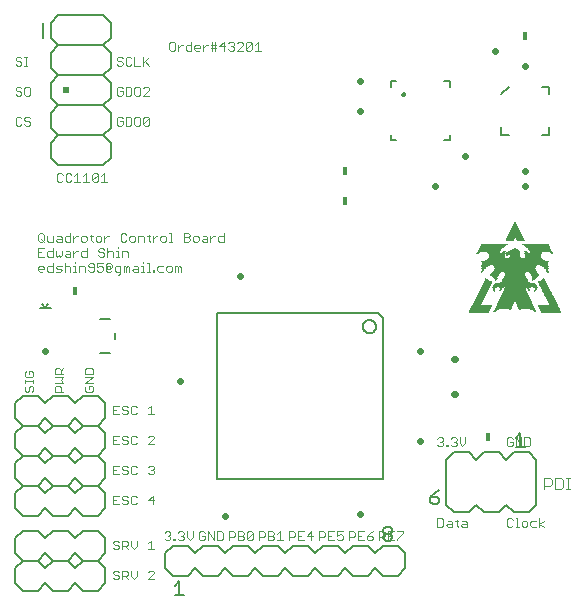
<source format=gto>
G75*
G70*
%OFA0B0*%
%FSLAX24Y24*%
%IPPOS*%
%LPD*%
%AMOC8*
5,1,8,0,0,1.08239X$1,22.5*
%
%ADD10C,0.0030*%
%ADD11R,0.0664X0.0008*%
%ADD12R,0.0680X0.0008*%
%ADD13R,0.0655X0.0008*%
%ADD14R,0.0672X0.0008*%
%ADD15R,0.0025X0.0008*%
%ADD16R,0.0680X0.0008*%
%ADD17R,0.0034X0.0008*%
%ADD18R,0.0025X0.0008*%
%ADD19R,0.0680X0.0008*%
%ADD20R,0.0034X0.0008*%
%ADD21R,0.0672X0.0008*%
%ADD22R,0.0050X0.0008*%
%ADD23R,0.0050X0.0008*%
%ADD24R,0.0042X0.0008*%
%ADD25R,0.0067X0.0008*%
%ADD26R,0.0655X0.0008*%
%ADD27R,0.0076X0.0008*%
%ADD28R,0.0067X0.0008*%
%ADD29R,0.0084X0.0008*%
%ADD30R,0.0076X0.0008*%
%ADD31R,0.0647X0.0008*%
%ADD32R,0.0092X0.0008*%
%ADD33R,0.0008X0.0008*%
%ADD34R,0.0109X0.0008*%
%ADD35R,0.0647X0.0008*%
%ADD36R,0.0126X0.0008*%
%ADD37R,0.0664X0.0008*%
%ADD38R,0.0151X0.0008*%
%ADD39R,0.0151X0.0008*%
%ADD40R,0.0672X0.0008*%
%ADD41R,0.0185X0.0008*%
%ADD42R,0.0185X0.0008*%
%ADD43R,0.0252X0.0008*%
%ADD44R,0.0168X0.0008*%
%ADD45R,0.0160X0.0008*%
%ADD46R,0.0235X0.0008*%
%ADD47R,0.0521X0.0008*%
%ADD48R,0.0521X0.0008*%
%ADD49R,0.0512X0.0008*%
%ADD50R,0.0647X0.0008*%
%ADD51R,0.0647X0.0008*%
%ADD52R,0.0529X0.0008*%
%ADD53R,0.0512X0.0008*%
%ADD54R,0.0260X0.0008*%
%ADD55R,0.0269X0.0008*%
%ADD56R,0.0529X0.0008*%
%ADD57R,0.0529X0.0008*%
%ADD58R,0.0260X0.0008*%
%ADD59R,0.0269X0.0008*%
%ADD60R,0.0529X0.0008*%
%ADD61R,0.0504X0.0008*%
%ADD62R,0.1042X0.0008*%
%ADD63R,0.0260X0.0008*%
%ADD64R,0.1042X0.0008*%
%ADD65R,0.0260X0.0008*%
%ADD66R,0.1025X0.0008*%
%ADD67R,0.1025X0.0008*%
%ADD68R,0.1008X0.0008*%
%ADD69R,0.1008X0.0008*%
%ADD70R,0.1000X0.0008*%
%ADD71R,0.0991X0.0008*%
%ADD72R,0.0983X0.0008*%
%ADD73R,0.0974X0.0008*%
%ADD74R,0.0966X0.0008*%
%ADD75R,0.0958X0.0008*%
%ADD76R,0.0958X0.0008*%
%ADD77R,0.0949X0.0008*%
%ADD78R,0.0941X0.0008*%
%ADD79R,0.0932X0.0008*%
%ADD80R,0.0924X0.0008*%
%ADD81R,0.0924X0.0008*%
%ADD82R,0.0907X0.0008*%
%ADD83R,0.0907X0.0008*%
%ADD84R,0.0890X0.0008*%
%ADD85R,0.0890X0.0008*%
%ADD86R,0.0882X0.0008*%
%ADD87R,0.0874X0.0008*%
%ADD88R,0.0865X0.0008*%
%ADD89R,0.0857X0.0008*%
%ADD90R,0.0848X0.0008*%
%ADD91R,0.0840X0.0008*%
%ADD92R,0.0832X0.0008*%
%ADD93R,0.0823X0.0008*%
%ADD94R,0.0815X0.0008*%
%ADD95R,0.0815X0.0008*%
%ADD96R,0.0806X0.0008*%
%ADD97R,0.0798X0.0008*%
%ADD98R,0.0790X0.0008*%
%ADD99R,0.0017X0.0008*%
%ADD100R,0.0781X0.0008*%
%ADD101R,0.0773X0.0008*%
%ADD102R,0.0764X0.0008*%
%ADD103R,0.0042X0.0008*%
%ADD104R,0.0756X0.0008*%
%ADD105R,0.0059X0.0008*%
%ADD106R,0.0748X0.0008*%
%ADD107R,0.0739X0.0008*%
%ADD108R,0.0084X0.0008*%
%ADD109R,0.0059X0.0008*%
%ADD110R,0.0731X0.0008*%
%ADD111R,0.0722X0.0008*%
%ADD112R,0.0076X0.0008*%
%ADD113R,0.0714X0.0008*%
%ADD114R,0.0076X0.0008*%
%ADD115R,0.0706X0.0008*%
%ADD116R,0.0697X0.0008*%
%ADD117R,0.0689X0.0008*%
%ADD118R,0.0101X0.0008*%
%ADD119R,0.0092X0.0008*%
%ADD120R,0.0109X0.0008*%
%ADD121R,0.0084X0.0008*%
%ADD122R,0.0101X0.0008*%
%ADD123R,0.0252X0.0008*%
%ADD124R,0.0109X0.0008*%
%ADD125R,0.0118X0.0008*%
%ADD126R,0.0134X0.0008*%
%ADD127R,0.0118X0.0008*%
%ADD128R,0.0042X0.0008*%
%ADD129R,0.0386X0.0008*%
%ADD130R,0.0386X0.0008*%
%ADD131R,0.0638X0.0008*%
%ADD132R,0.0395X0.0008*%
%ADD133R,0.0630X0.0008*%
%ADD134R,0.0395X0.0008*%
%ADD135R,0.0395X0.0008*%
%ADD136R,0.0622X0.0008*%
%ADD137R,0.0395X0.0008*%
%ADD138R,0.0613X0.0008*%
%ADD139R,0.0605X0.0008*%
%ADD140R,0.0403X0.0008*%
%ADD141R,0.1411X0.0008*%
%ADD142R,0.1403X0.0008*%
%ADD143R,0.1394X0.0008*%
%ADD144R,0.1378X0.0008*%
%ADD145R,0.1361X0.0008*%
%ADD146R,0.1327X0.0008*%
%ADD147R,0.1302X0.0008*%
%ADD148R,0.1277X0.0008*%
%ADD149R,0.1218X0.0008*%
%ADD150R,0.0252X0.0008*%
%ADD151R,0.0974X0.0008*%
%ADD152R,0.0916X0.0008*%
%ADD153R,0.0244X0.0008*%
%ADD154R,0.0210X0.0008*%
%ADD155R,0.0202X0.0008*%
%ADD156R,0.0193X0.0008*%
%ADD157R,0.0176X0.0008*%
%ADD158R,0.0832X0.0008*%
%ADD159R,0.0840X0.0008*%
%ADD160R,0.0143X0.0008*%
%ADD161R,0.0848X0.0008*%
%ADD162R,0.0143X0.0008*%
%ADD163R,0.0126X0.0008*%
%ADD164R,0.0857X0.0008*%
%ADD165R,0.0008X0.0008*%
%ADD166R,0.0865X0.0008*%
%ADD167R,0.0017X0.0008*%
%ADD168R,0.0848X0.0008*%
%ADD169R,0.0042X0.0008*%
%ADD170R,0.0008X0.0008*%
%ADD171R,0.0084X0.0008*%
%ADD172R,0.0806X0.0008*%
%ADD173R,0.0134X0.0008*%
%ADD174R,0.0151X0.0008*%
%ADD175R,0.0168X0.0008*%
%ADD176R,0.0722X0.0008*%
%ADD177R,0.0185X0.0008*%
%ADD178R,0.0202X0.0008*%
%ADD179R,0.0706X0.0008*%
%ADD180R,0.0218X0.0008*%
%ADD181R,0.0210X0.0008*%
%ADD182R,0.0227X0.0008*%
%ADD183R,0.0689X0.0008*%
%ADD184R,0.0244X0.0008*%
%ADD185R,0.0277X0.0008*%
%ADD186R,0.0008X0.0008*%
%ADD187R,0.0277X0.0008*%
%ADD188R,0.0286X0.0008*%
%ADD189R,0.0302X0.0008*%
%ADD190R,0.0756X0.0008*%
%ADD191R,0.1428X0.0008*%
%ADD192R,0.1420X0.0008*%
%ADD193R,0.0050X0.0008*%
%ADD194R,0.0050X0.0008*%
%ADD195R,0.1394X0.0008*%
%ADD196R,0.1378X0.0008*%
%ADD197R,0.1361X0.0008*%
%ADD198R,0.0118X0.0008*%
%ADD199R,0.0118X0.0008*%
%ADD200R,0.0143X0.0008*%
%ADD201R,0.1369X0.0008*%
%ADD202R,0.0160X0.0008*%
%ADD203R,0.0176X0.0008*%
%ADD204R,0.0193X0.0008*%
%ADD205R,0.0218X0.0008*%
%ADD206R,0.0218X0.0008*%
%ADD207R,0.1411X0.0008*%
%ADD208R,0.0235X0.0008*%
%ADD209R,0.1428X0.0008*%
%ADD210R,0.1445X0.0008*%
%ADD211R,0.1478X0.0008*%
%ADD212R,0.0319X0.0008*%
%ADD213R,0.1529X0.0008*%
%ADD214R,0.0328X0.0008*%
%ADD215R,0.2209X0.0008*%
%ADD216R,0.2209X0.0008*%
%ADD217R,0.2058X0.0008*%
%ADD218R,0.1999X0.0008*%
%ADD219R,0.1966X0.0008*%
%ADD220R,0.1932X0.0008*%
%ADD221R,0.1907X0.0008*%
%ADD222R,0.1882X0.0008*%
%ADD223R,0.1865X0.0008*%
%ADD224R,0.1848X0.0008*%
%ADD225R,0.1831X0.0008*%
%ADD226R,0.1814X0.0008*%
%ADD227R,0.1798X0.0008*%
%ADD228R,0.0479X0.0008*%
%ADD229R,0.0588X0.0008*%
%ADD230R,0.0428X0.0008*%
%ADD231R,0.0580X0.0008*%
%ADD232R,0.0563X0.0008*%
%ADD233R,0.0412X0.0008*%
%ADD234R,0.0546X0.0008*%
%ADD235R,0.0538X0.0008*%
%ADD236R,0.0378X0.0008*%
%ADD237R,0.0361X0.0008*%
%ADD238R,0.0361X0.0008*%
%ADD239R,0.0353X0.0008*%
%ADD240R,0.0353X0.0008*%
%ADD241R,0.0344X0.0008*%
%ADD242R,0.0344X0.0008*%
%ADD243R,0.0353X0.0008*%
%ADD244R,0.0353X0.0008*%
%ADD245R,0.0538X0.0008*%
%ADD246R,0.0546X0.0008*%
%ADD247R,0.0361X0.0008*%
%ADD248R,0.0454X0.0008*%
%ADD249R,0.0454X0.0008*%
%ADD250R,0.0554X0.0008*%
%ADD251R,0.0571X0.0008*%
%ADD252R,0.0445X0.0008*%
%ADD253R,0.0445X0.0008*%
%ADD254R,0.0437X0.0008*%
%ADD255R,0.0403X0.0008*%
%ADD256R,0.0420X0.0008*%
%ADD257R,0.0412X0.0008*%
%ADD258R,0.0437X0.0008*%
%ADD259R,0.0428X0.0008*%
%ADD260R,0.0319X0.0008*%
%ADD261R,0.0731X0.0008*%
%ADD262R,0.0294X0.0008*%
%ADD263R,0.0286X0.0008*%
%ADD264R,0.0739X0.0008*%
%ADD265R,0.0739X0.0008*%
%ADD266R,0.0748X0.0008*%
%ADD267R,0.0748X0.0008*%
%ADD268R,0.0764X0.0008*%
%ADD269R,0.0773X0.0008*%
%ADD270R,0.0790X0.0008*%
%ADD271R,0.0781X0.0008*%
%ADD272R,0.0798X0.0008*%
%ADD273R,0.0815X0.0008*%
%ADD274R,0.0504X0.0008*%
%ADD275R,0.0487X0.0008*%
%ADD276R,0.0487X0.0008*%
%ADD277R,0.0470X0.0008*%
%ADD278R,0.0470X0.0008*%
%ADD279R,0.0420X0.0008*%
%ADD280R,0.0370X0.0008*%
%ADD281R,0.0370X0.0008*%
%ADD282R,0.0336X0.0008*%
%ADD283R,0.0336X0.0008*%
%ADD284R,0.0319X0.0008*%
%ADD285R,0.0319X0.0008*%
%ADD286R,0.0302X0.0008*%
%ADD287R,0.0286X0.0008*%
%ADD288R,0.0252X0.0008*%
%ADD289R,0.0185X0.0008*%
%ADD290C,0.0050*%
%ADD291C,0.0079*%
%ADD292C,0.0070*%
%ADD293C,0.0220*%
%ADD294R,0.0180X0.0300*%
%ADD295C,0.0080*%
%ADD296C,0.0060*%
%ADD297R,0.0200X0.0200*%
D10*
X005007Y002459D02*
X004959Y002507D01*
X005007Y002459D02*
X005104Y002459D01*
X005152Y002507D01*
X005152Y002556D01*
X005104Y002604D01*
X005007Y002604D01*
X004959Y002652D01*
X004959Y002701D01*
X005007Y002749D01*
X005104Y002749D01*
X005152Y002701D01*
X005253Y002749D02*
X005399Y002749D01*
X005447Y002701D01*
X005447Y002604D01*
X005399Y002556D01*
X005253Y002556D01*
X005350Y002556D02*
X005447Y002459D01*
X005548Y002556D02*
X005645Y002459D01*
X005742Y002556D01*
X005742Y002749D01*
X005548Y002749D02*
X005548Y002556D01*
X005253Y002459D02*
X005253Y002749D01*
X005253Y003459D02*
X005253Y003749D01*
X005399Y003749D01*
X005447Y003701D01*
X005447Y003604D01*
X005399Y003556D01*
X005253Y003556D01*
X005350Y003556D02*
X005447Y003459D01*
X005548Y003556D02*
X005645Y003459D01*
X005742Y003556D01*
X005742Y003749D01*
X005548Y003749D02*
X005548Y003556D01*
X005152Y003556D02*
X005152Y003507D01*
X005104Y003459D01*
X005007Y003459D01*
X004959Y003507D01*
X005007Y003604D02*
X004959Y003652D01*
X004959Y003701D01*
X005007Y003749D01*
X005104Y003749D01*
X005152Y003701D01*
X005104Y003604D02*
X005152Y003556D01*
X005104Y003604D02*
X005007Y003604D01*
X006137Y003652D02*
X006234Y003749D01*
X006234Y003459D01*
X006137Y003459D02*
X006331Y003459D01*
X006678Y003812D02*
X006726Y003764D01*
X006823Y003764D01*
X006871Y003812D01*
X006871Y003861D01*
X006823Y003909D01*
X006774Y003909D01*
X006823Y003909D02*
X006871Y003957D01*
X006871Y004006D01*
X006823Y004054D01*
X006726Y004054D01*
X006678Y004006D01*
X006972Y003812D02*
X007021Y003812D01*
X007021Y003764D01*
X006972Y003764D01*
X006972Y003812D01*
X007119Y003812D02*
X007168Y003764D01*
X007265Y003764D01*
X007313Y003812D01*
X007313Y003861D01*
X007265Y003909D01*
X007216Y003909D01*
X007265Y003909D02*
X007313Y003957D01*
X007313Y004006D01*
X007265Y004054D01*
X007168Y004054D01*
X007119Y004006D01*
X007414Y004054D02*
X007414Y003861D01*
X007511Y003764D01*
X007608Y003861D01*
X007608Y004054D01*
X007825Y004006D02*
X007825Y003812D01*
X007873Y003764D01*
X007970Y003764D01*
X008018Y003812D01*
X008018Y003909D01*
X007922Y003909D01*
X008018Y004006D02*
X007970Y004054D01*
X007873Y004054D01*
X007825Y004006D01*
X008119Y004054D02*
X008119Y003764D01*
X008313Y003764D02*
X008313Y004054D01*
X008414Y004054D02*
X008559Y004054D01*
X008608Y004006D01*
X008608Y003812D01*
X008559Y003764D01*
X008414Y003764D01*
X008414Y004054D01*
X008119Y004054D02*
X008313Y003764D01*
X008825Y003764D02*
X008825Y004054D01*
X008970Y004054D01*
X009018Y004006D01*
X009018Y003909D01*
X008970Y003861D01*
X008825Y003861D01*
X009119Y003909D02*
X009265Y003909D01*
X009313Y003861D01*
X009313Y003812D01*
X009265Y003764D01*
X009119Y003764D01*
X009119Y004054D01*
X009265Y004054D01*
X009313Y004006D01*
X009313Y003957D01*
X009265Y003909D01*
X009414Y003812D02*
X009414Y004006D01*
X009463Y004054D01*
X009559Y004054D01*
X009608Y004006D01*
X009414Y003812D01*
X009463Y003764D01*
X009559Y003764D01*
X009608Y003812D01*
X009608Y004006D01*
X009825Y004054D02*
X009825Y003764D01*
X009825Y003861D02*
X009970Y003861D01*
X010018Y003909D01*
X010018Y004006D01*
X009970Y004054D01*
X009825Y004054D01*
X010119Y004054D02*
X010265Y004054D01*
X010313Y004006D01*
X010313Y003957D01*
X010265Y003909D01*
X010119Y003909D01*
X010119Y003764D02*
X010119Y004054D01*
X010265Y003909D02*
X010313Y003861D01*
X010313Y003812D01*
X010265Y003764D01*
X010119Y003764D01*
X010414Y003764D02*
X010608Y003764D01*
X010511Y003764D02*
X010511Y004054D01*
X010414Y003957D01*
X010825Y003861D02*
X010970Y003861D01*
X011018Y003909D01*
X011018Y004006D01*
X010970Y004054D01*
X010825Y004054D01*
X010825Y003764D01*
X011119Y003764D02*
X011119Y004054D01*
X011313Y004054D01*
X011216Y003909D02*
X011119Y003909D01*
X011119Y003764D02*
X011313Y003764D01*
X011414Y003909D02*
X011608Y003909D01*
X011559Y003764D02*
X011559Y004054D01*
X011414Y003909D01*
X011825Y003861D02*
X011970Y003861D01*
X012018Y003909D01*
X012018Y004006D01*
X011970Y004054D01*
X011825Y004054D01*
X011825Y003764D01*
X012119Y003764D02*
X012313Y003764D01*
X012414Y003812D02*
X012463Y003764D01*
X012559Y003764D01*
X012608Y003812D01*
X012608Y003909D01*
X012559Y003957D01*
X012511Y003957D01*
X012414Y003909D01*
X012414Y004054D01*
X012608Y004054D01*
X012825Y004054D02*
X012970Y004054D01*
X013018Y004006D01*
X013018Y003909D01*
X012970Y003861D01*
X012825Y003861D01*
X012825Y003764D02*
X012825Y004054D01*
X013119Y004054D02*
X013119Y003764D01*
X013313Y003764D01*
X013414Y003812D02*
X013463Y003764D01*
X013559Y003764D01*
X013608Y003812D01*
X013608Y003861D01*
X013559Y003909D01*
X013414Y003909D01*
X013414Y003812D01*
X013414Y003909D02*
X013511Y004006D01*
X013608Y004054D01*
X013825Y004054D02*
X013970Y004054D01*
X014018Y004006D01*
X014018Y003909D01*
X013970Y003861D01*
X013825Y003861D01*
X013825Y003764D02*
X013825Y004054D01*
X014119Y004054D02*
X014119Y003764D01*
X014313Y003764D01*
X014414Y003764D02*
X014414Y003812D01*
X014608Y004006D01*
X014608Y004054D01*
X014414Y004054D01*
X014313Y004054D02*
X014119Y004054D01*
X014119Y003909D02*
X014216Y003909D01*
X013313Y004054D02*
X013119Y004054D01*
X013119Y003909D02*
X013216Y003909D01*
X012313Y004054D02*
X012119Y004054D01*
X012119Y003764D01*
X012119Y003909D02*
X012216Y003909D01*
X015771Y004209D02*
X015916Y004209D01*
X015965Y004257D01*
X015965Y004451D01*
X015916Y004499D01*
X015771Y004499D01*
X015771Y004209D01*
X016066Y004257D02*
X016114Y004306D01*
X016259Y004306D01*
X016259Y004354D02*
X016259Y004209D01*
X016114Y004209D01*
X016066Y004257D01*
X016114Y004402D02*
X016211Y004402D01*
X016259Y004354D01*
X016361Y004402D02*
X016457Y004402D01*
X016409Y004451D02*
X016409Y004257D01*
X016457Y004209D01*
X016557Y004257D02*
X016605Y004306D01*
X016751Y004306D01*
X016751Y004354D02*
X016751Y004209D01*
X016605Y004209D01*
X016557Y004257D01*
X016605Y004402D02*
X016702Y004402D01*
X016751Y004354D01*
X018084Y004451D02*
X018084Y004257D01*
X018132Y004209D01*
X018229Y004209D01*
X018277Y004257D01*
X018378Y004209D02*
X018475Y004209D01*
X018427Y004209D02*
X018427Y004499D01*
X018378Y004499D01*
X018277Y004451D02*
X018229Y004499D01*
X018132Y004499D01*
X018084Y004451D01*
X018575Y004354D02*
X018575Y004257D01*
X018623Y004209D01*
X018720Y004209D01*
X018768Y004257D01*
X018768Y004354D01*
X018720Y004402D01*
X018623Y004402D01*
X018575Y004354D01*
X018870Y004354D02*
X018870Y004257D01*
X018918Y004209D01*
X019063Y004209D01*
X019164Y004209D02*
X019164Y004499D01*
X019063Y004402D02*
X018918Y004402D01*
X018870Y004354D01*
X019164Y004306D02*
X019309Y004402D01*
X019164Y004306D02*
X019309Y004209D01*
X019334Y005459D02*
X019334Y005829D01*
X019519Y005829D01*
X019581Y005767D01*
X019581Y005644D01*
X019519Y005582D01*
X019334Y005582D01*
X019702Y005459D02*
X019702Y005829D01*
X019887Y005829D01*
X019949Y005767D01*
X019949Y005521D01*
X019887Y005459D01*
X019702Y005459D01*
X020070Y005459D02*
X020194Y005459D01*
X020132Y005459D02*
X020132Y005829D01*
X020070Y005829D02*
X020194Y005829D01*
X018867Y006945D02*
X018867Y007138D01*
X018818Y007187D01*
X018673Y007187D01*
X018673Y006896D01*
X018818Y006896D01*
X018867Y006945D01*
X018572Y006896D02*
X018572Y007187D01*
X018378Y007187D02*
X018378Y006896D01*
X018277Y006945D02*
X018277Y007041D01*
X018181Y007041D01*
X018277Y006945D02*
X018229Y006896D01*
X018132Y006896D01*
X018084Y006945D01*
X018084Y007138D01*
X018132Y007187D01*
X018229Y007187D01*
X018277Y007138D01*
X018378Y007187D02*
X018572Y006896D01*
X016701Y006993D02*
X016701Y007187D01*
X016508Y007187D02*
X016508Y006993D01*
X016605Y006896D01*
X016701Y006993D01*
X016407Y006993D02*
X016407Y006945D01*
X016358Y006896D01*
X016262Y006896D01*
X016213Y006945D01*
X016114Y006945D02*
X016114Y006896D01*
X016066Y006896D01*
X016066Y006945D01*
X016114Y006945D01*
X015965Y006945D02*
X015965Y006993D01*
X015916Y007041D01*
X015868Y007041D01*
X015916Y007041D02*
X015965Y007090D01*
X015965Y007138D01*
X015916Y007187D01*
X015820Y007187D01*
X015771Y007138D01*
X015771Y006945D02*
X015820Y006896D01*
X015916Y006896D01*
X015965Y006945D01*
X016213Y007138D02*
X016262Y007187D01*
X016358Y007187D01*
X016407Y007138D01*
X016407Y007090D01*
X016358Y007041D01*
X016407Y006993D01*
X016358Y007041D02*
X016310Y007041D01*
X008644Y013709D02*
X008498Y013709D01*
X008450Y013757D01*
X008450Y013854D01*
X008498Y013902D01*
X008644Y013902D01*
X008644Y013999D02*
X008644Y013709D01*
X008350Y013902D02*
X008301Y013902D01*
X008205Y013806D01*
X008205Y013902D02*
X008205Y013709D01*
X008103Y013709D02*
X007958Y013709D01*
X007910Y013757D01*
X007958Y013806D01*
X008103Y013806D01*
X008103Y013854D02*
X008103Y013709D01*
X008103Y013854D02*
X008055Y013902D01*
X007958Y013902D01*
X007809Y013854D02*
X007760Y013902D01*
X007664Y013902D01*
X007615Y013854D01*
X007615Y013757D01*
X007664Y013709D01*
X007760Y013709D01*
X007809Y013757D01*
X007809Y013854D01*
X007514Y013902D02*
X007466Y013854D01*
X007321Y013854D01*
X007466Y013854D02*
X007514Y013806D01*
X007514Y013757D01*
X007466Y013709D01*
X007321Y013709D01*
X007321Y013999D01*
X007466Y013999D01*
X007514Y013951D01*
X007514Y013902D01*
X006926Y013709D02*
X006829Y013709D01*
X006878Y013709D02*
X006878Y013999D01*
X006829Y013999D01*
X006728Y013854D02*
X006680Y013902D01*
X006583Y013902D01*
X006535Y013854D01*
X006535Y013757D01*
X006583Y013709D01*
X006680Y013709D01*
X006728Y013757D01*
X006728Y013854D01*
X006434Y013902D02*
X006386Y013902D01*
X006289Y013806D01*
X006289Y013902D02*
X006289Y013709D01*
X006190Y013709D02*
X006141Y013757D01*
X006141Y013951D01*
X006093Y013902D02*
X006190Y013902D01*
X005992Y013854D02*
X005992Y013709D01*
X005992Y013854D02*
X005943Y013902D01*
X005798Y013902D01*
X005798Y013709D01*
X005697Y013757D02*
X005649Y013709D01*
X005552Y013709D01*
X005504Y013757D01*
X005504Y013854D01*
X005552Y013902D01*
X005649Y013902D01*
X005697Y013854D01*
X005697Y013757D01*
X005402Y013757D02*
X005354Y013709D01*
X005257Y013709D01*
X005209Y013757D01*
X005209Y013951D01*
X005257Y013999D01*
X005354Y013999D01*
X005402Y013951D01*
X005110Y013547D02*
X005110Y013499D01*
X005110Y013402D02*
X005110Y013209D01*
X005062Y013209D02*
X005158Y013209D01*
X005258Y013209D02*
X005258Y013402D01*
X005403Y013402D01*
X005451Y013354D01*
X005451Y013209D01*
X005452Y012902D02*
X005404Y012854D01*
X005404Y012709D01*
X005501Y012709D02*
X005501Y012854D01*
X005452Y012902D01*
X005404Y012854D02*
X005355Y012902D01*
X005307Y012902D01*
X005307Y012709D01*
X005206Y012709D02*
X005061Y012709D01*
X005012Y012757D01*
X005012Y012854D01*
X005061Y012902D01*
X005206Y012902D01*
X005206Y012660D01*
X005158Y012612D01*
X005109Y012612D01*
X004911Y012757D02*
X004863Y012709D01*
X004766Y012709D01*
X004718Y012757D01*
X004718Y012951D01*
X004766Y012999D01*
X004863Y012999D01*
X004911Y012951D01*
X004911Y012854D01*
X004863Y012806D01*
X004863Y012902D01*
X004766Y012902D01*
X004766Y012806D01*
X004863Y012806D01*
X004617Y012854D02*
X004617Y012757D01*
X004568Y012709D01*
X004472Y012709D01*
X004423Y012757D01*
X004423Y012854D02*
X004520Y012902D01*
X004568Y012902D01*
X004617Y012854D01*
X004617Y012999D02*
X004423Y012999D01*
X004423Y012854D01*
X004322Y012854D02*
X004177Y012854D01*
X004128Y012902D01*
X004128Y012951D01*
X004177Y012999D01*
X004274Y012999D01*
X004322Y012951D01*
X004322Y012757D01*
X004274Y012709D01*
X004177Y012709D01*
X004128Y012757D01*
X004027Y012709D02*
X004027Y012854D01*
X003979Y012902D01*
X003834Y012902D01*
X003834Y012709D01*
X003734Y012709D02*
X003637Y012709D01*
X003686Y012709D02*
X003686Y012902D01*
X003637Y012902D01*
X003686Y012999D02*
X003686Y013047D01*
X003637Y013209D02*
X003637Y013402D01*
X003637Y013306D02*
X003734Y013402D01*
X003783Y013402D01*
X003883Y013354D02*
X003931Y013402D01*
X004076Y013402D01*
X004076Y013499D02*
X004076Y013209D01*
X003931Y013209D01*
X003883Y013257D01*
X003883Y013354D01*
X003536Y013354D02*
X003536Y013209D01*
X003391Y013209D01*
X003343Y013257D01*
X003391Y013306D01*
X003536Y013306D01*
X003536Y013354D02*
X003488Y013402D01*
X003391Y013402D01*
X003242Y013402D02*
X003242Y013257D01*
X003193Y013209D01*
X003145Y013257D01*
X003096Y013209D01*
X003048Y013257D01*
X003048Y013402D01*
X002947Y013402D02*
X002802Y013402D01*
X002753Y013354D01*
X002753Y013257D01*
X002802Y013209D01*
X002947Y013209D01*
X002947Y013499D01*
X002947Y013709D02*
X002947Y013902D01*
X003096Y013902D02*
X003193Y013902D01*
X003242Y013854D01*
X003242Y013709D01*
X003096Y013709D01*
X003048Y013757D01*
X003096Y013806D01*
X003242Y013806D01*
X003343Y013854D02*
X003391Y013902D01*
X003536Y013902D01*
X003536Y013999D02*
X003536Y013709D01*
X003391Y013709D01*
X003343Y013757D01*
X003343Y013854D01*
X003637Y013902D02*
X003637Y013709D01*
X003637Y013806D02*
X003734Y013902D01*
X003783Y013902D01*
X003883Y013854D02*
X003883Y013757D01*
X003931Y013709D01*
X004028Y013709D01*
X004076Y013757D01*
X004076Y013854D01*
X004028Y013902D01*
X003931Y013902D01*
X003883Y013854D01*
X004178Y013902D02*
X004274Y013902D01*
X004226Y013951D02*
X004226Y013757D01*
X004274Y013709D01*
X004374Y013757D02*
X004422Y013709D01*
X004519Y013709D01*
X004568Y013757D01*
X004568Y013854D01*
X004519Y013902D01*
X004422Y013902D01*
X004374Y013854D01*
X004374Y013757D01*
X004521Y013499D02*
X004472Y013451D01*
X004472Y013402D01*
X004521Y013354D01*
X004617Y013354D01*
X004666Y013306D01*
X004666Y013257D01*
X004617Y013209D01*
X004521Y013209D01*
X004472Y013257D01*
X004666Y013451D02*
X004617Y013499D01*
X004521Y013499D01*
X004767Y013499D02*
X004767Y013209D01*
X004767Y013354D02*
X004815Y013402D01*
X004912Y013402D01*
X004960Y013354D01*
X004960Y013209D01*
X005062Y013402D02*
X005110Y013402D01*
X004669Y013709D02*
X004669Y013902D01*
X004765Y013902D02*
X004814Y013902D01*
X004765Y013902D02*
X004669Y013806D01*
X005650Y012902D02*
X005747Y012902D01*
X005795Y012854D01*
X005795Y012709D01*
X005650Y012709D01*
X005602Y012757D01*
X005650Y012806D01*
X005795Y012806D01*
X005896Y012902D02*
X005945Y012902D01*
X005945Y012709D01*
X005993Y012709D02*
X005896Y012709D01*
X006093Y012709D02*
X006190Y012709D01*
X006141Y012709D02*
X006141Y012999D01*
X006093Y012999D01*
X005945Y012999D02*
X005945Y013047D01*
X006289Y012757D02*
X006338Y012757D01*
X006338Y012709D01*
X006289Y012709D01*
X006289Y012757D01*
X006437Y012757D02*
X006485Y012709D01*
X006630Y012709D01*
X006731Y012757D02*
X006731Y012854D01*
X006780Y012902D01*
X006876Y012902D01*
X006925Y012854D01*
X006925Y012757D01*
X006876Y012709D01*
X006780Y012709D01*
X006731Y012757D01*
X006630Y012902D02*
X006485Y012902D01*
X006437Y012854D01*
X006437Y012757D01*
X007026Y012709D02*
X007026Y012902D01*
X007074Y012902D01*
X007123Y012854D01*
X007171Y012902D01*
X007219Y012854D01*
X007219Y012709D01*
X007123Y012709D02*
X007123Y012854D01*
X004751Y015709D02*
X004557Y015709D01*
X004654Y015709D02*
X004654Y015999D01*
X004557Y015902D01*
X004456Y015951D02*
X004408Y015999D01*
X004311Y015999D01*
X004262Y015951D01*
X004262Y015757D01*
X004456Y015951D01*
X004456Y015757D01*
X004408Y015709D01*
X004311Y015709D01*
X004262Y015757D01*
X004161Y015709D02*
X003968Y015709D01*
X004065Y015709D02*
X004065Y015999D01*
X003968Y015902D01*
X003867Y015709D02*
X003673Y015709D01*
X003770Y015709D02*
X003770Y015999D01*
X003673Y015902D01*
X003572Y015951D02*
X003524Y015999D01*
X003427Y015999D01*
X003378Y015951D01*
X003378Y015757D01*
X003427Y015709D01*
X003524Y015709D01*
X003572Y015757D01*
X003277Y015757D02*
X003229Y015709D01*
X003132Y015709D01*
X003084Y015757D01*
X003084Y015951D01*
X003132Y015999D01*
X003229Y015999D01*
X003277Y015951D01*
X002149Y017584D02*
X002052Y017584D01*
X002003Y017632D01*
X001902Y017632D02*
X001854Y017584D01*
X001757Y017584D01*
X001709Y017632D01*
X001709Y017826D01*
X001757Y017874D01*
X001854Y017874D01*
X001902Y017826D01*
X002003Y017826D02*
X002003Y017777D01*
X002052Y017729D01*
X002149Y017729D01*
X002197Y017681D01*
X002197Y017632D01*
X002149Y017584D01*
X002197Y017826D02*
X002149Y017874D01*
X002052Y017874D01*
X002003Y017826D01*
X002052Y018584D02*
X002149Y018584D01*
X002197Y018632D01*
X002197Y018826D01*
X002149Y018874D01*
X002052Y018874D01*
X002003Y018826D01*
X002003Y018632D01*
X002052Y018584D01*
X001902Y018632D02*
X001902Y018681D01*
X001854Y018729D01*
X001757Y018729D01*
X001709Y018777D01*
X001709Y018826D01*
X001757Y018874D01*
X001854Y018874D01*
X001902Y018826D01*
X001902Y018632D02*
X001854Y018584D01*
X001757Y018584D01*
X001709Y018632D01*
X001757Y019584D02*
X001709Y019632D01*
X001757Y019584D02*
X001854Y019584D01*
X001902Y019632D01*
X001902Y019681D01*
X001854Y019729D01*
X001757Y019729D01*
X001709Y019777D01*
X001709Y019826D01*
X001757Y019874D01*
X001854Y019874D01*
X001902Y019826D01*
X002003Y019874D02*
X002100Y019874D01*
X002052Y019874D02*
X002052Y019584D01*
X002100Y019584D02*
X002003Y019584D01*
X005084Y019632D02*
X005132Y019584D01*
X005229Y019584D01*
X005277Y019632D01*
X005277Y019681D01*
X005229Y019729D01*
X005132Y019729D01*
X005084Y019777D01*
X005084Y019826D01*
X005132Y019874D01*
X005229Y019874D01*
X005277Y019826D01*
X005378Y019826D02*
X005378Y019632D01*
X005427Y019584D01*
X005524Y019584D01*
X005572Y019632D01*
X005673Y019584D02*
X005673Y019874D01*
X005572Y019826D02*
X005524Y019874D01*
X005427Y019874D01*
X005378Y019826D01*
X005673Y019584D02*
X005867Y019584D01*
X005968Y019584D02*
X005968Y019874D01*
X006016Y019729D02*
X006161Y019584D01*
X005968Y019681D02*
X006161Y019874D01*
X006834Y020132D02*
X006882Y020084D01*
X006979Y020084D01*
X007027Y020132D01*
X007027Y020326D01*
X006979Y020374D01*
X006882Y020374D01*
X006834Y020326D01*
X006834Y020132D01*
X007128Y020084D02*
X007128Y020277D01*
X007128Y020181D02*
X007225Y020277D01*
X007274Y020277D01*
X007374Y020229D02*
X007422Y020277D01*
X007567Y020277D01*
X007567Y020374D02*
X007567Y020084D01*
X007422Y020084D01*
X007374Y020132D01*
X007374Y020229D01*
X007669Y020229D02*
X007717Y020277D01*
X007814Y020277D01*
X007862Y020229D01*
X007862Y020181D01*
X007669Y020181D01*
X007669Y020229D02*
X007669Y020132D01*
X007717Y020084D01*
X007814Y020084D01*
X007963Y020084D02*
X007963Y020277D01*
X007963Y020181D02*
X008060Y020277D01*
X008108Y020277D01*
X008209Y020277D02*
X008354Y020277D01*
X008402Y020277D01*
X008402Y020181D02*
X008209Y020181D01*
X008257Y020084D02*
X008257Y020374D01*
X008354Y020374D02*
X008354Y020084D01*
X008503Y020229D02*
X008649Y020374D01*
X008649Y020084D01*
X008697Y020229D02*
X008503Y020229D01*
X008798Y020326D02*
X008847Y020374D01*
X008943Y020374D01*
X008992Y020326D01*
X008992Y020277D01*
X008943Y020229D01*
X008992Y020181D01*
X008992Y020132D01*
X008943Y020084D01*
X008847Y020084D01*
X008798Y020132D01*
X008895Y020229D02*
X008943Y020229D01*
X009093Y020326D02*
X009141Y020374D01*
X009238Y020374D01*
X009286Y020326D01*
X009286Y020277D01*
X009093Y020084D01*
X009286Y020084D01*
X009387Y020132D02*
X009387Y020326D01*
X009436Y020374D01*
X009533Y020374D01*
X009581Y020326D01*
X009387Y020132D01*
X009436Y020084D01*
X009533Y020084D01*
X009581Y020132D01*
X009581Y020326D01*
X009682Y020277D02*
X009779Y020374D01*
X009779Y020084D01*
X009682Y020084D02*
X009876Y020084D01*
X006161Y018826D02*
X006113Y018874D01*
X006016Y018874D01*
X005968Y018826D01*
X005867Y018826D02*
X005818Y018874D01*
X005721Y018874D01*
X005673Y018826D01*
X005673Y018632D01*
X005721Y018584D01*
X005818Y018584D01*
X005867Y018632D01*
X005867Y018826D01*
X005968Y018584D02*
X006161Y018777D01*
X006161Y018826D01*
X006161Y018584D02*
X005968Y018584D01*
X005572Y018632D02*
X005572Y018826D01*
X005524Y018874D01*
X005378Y018874D01*
X005378Y018584D01*
X005524Y018584D01*
X005572Y018632D01*
X005277Y018632D02*
X005277Y018729D01*
X005181Y018729D01*
X005277Y018826D02*
X005229Y018874D01*
X005132Y018874D01*
X005084Y018826D01*
X005084Y018632D01*
X005132Y018584D01*
X005229Y018584D01*
X005277Y018632D01*
X005229Y017874D02*
X005132Y017874D01*
X005084Y017826D01*
X005084Y017632D01*
X005132Y017584D01*
X005229Y017584D01*
X005277Y017632D01*
X005277Y017729D01*
X005181Y017729D01*
X005277Y017826D02*
X005229Y017874D01*
X005378Y017874D02*
X005524Y017874D01*
X005572Y017826D01*
X005572Y017632D01*
X005524Y017584D01*
X005378Y017584D01*
X005378Y017874D01*
X005673Y017826D02*
X005673Y017632D01*
X005721Y017584D01*
X005818Y017584D01*
X005867Y017632D01*
X005867Y017826D01*
X005818Y017874D01*
X005721Y017874D01*
X005673Y017826D01*
X005968Y017826D02*
X005968Y017632D01*
X006161Y017826D01*
X006161Y017632D01*
X006113Y017584D01*
X006016Y017584D01*
X005968Y017632D01*
X005968Y017826D02*
X006016Y017874D01*
X006113Y017874D01*
X006161Y017826D01*
X002604Y013999D02*
X002507Y013999D01*
X002459Y013951D01*
X002459Y013757D01*
X002507Y013709D01*
X002604Y013709D01*
X002652Y013757D01*
X002652Y013951D01*
X002604Y013999D01*
X002753Y013902D02*
X002753Y013757D01*
X002802Y013709D01*
X002947Y013709D01*
X002652Y013709D02*
X002556Y013806D01*
X002652Y013499D02*
X002459Y013499D01*
X002459Y013209D01*
X002652Y013209D01*
X002556Y013354D02*
X002459Y013354D01*
X002507Y012902D02*
X002604Y012902D01*
X002652Y012854D01*
X002652Y012806D01*
X002459Y012806D01*
X002459Y012854D02*
X002459Y012757D01*
X002507Y012709D01*
X002604Y012709D01*
X002753Y012757D02*
X002753Y012854D01*
X002802Y012902D01*
X002947Y012902D01*
X002947Y012999D02*
X002947Y012709D01*
X002802Y012709D01*
X002753Y012757D01*
X002507Y012902D02*
X002459Y012854D01*
X003048Y012854D02*
X003096Y012806D01*
X003193Y012806D01*
X003242Y012757D01*
X003193Y012709D01*
X003048Y012709D01*
X003048Y012854D02*
X003096Y012902D01*
X003242Y012902D01*
X003343Y012854D02*
X003391Y012902D01*
X003488Y012902D01*
X003536Y012854D01*
X003536Y012709D01*
X003343Y012709D02*
X003343Y012999D01*
X003304Y009492D02*
X003207Y009395D01*
X003207Y009443D02*
X003207Y009298D01*
X003304Y009298D02*
X003014Y009298D01*
X003014Y009443D01*
X003062Y009492D01*
X003159Y009492D01*
X003207Y009443D01*
X003304Y009197D02*
X003014Y009197D01*
X003014Y009003D02*
X003304Y009003D01*
X003207Y009100D01*
X003304Y009197D01*
X003159Y008902D02*
X003207Y008854D01*
X003207Y008709D01*
X003304Y008709D02*
X003014Y008709D01*
X003014Y008854D01*
X003062Y008902D01*
X003159Y008902D01*
X004014Y008854D02*
X004014Y008757D01*
X004062Y008709D01*
X004255Y008709D01*
X004304Y008757D01*
X004304Y008854D01*
X004255Y008902D01*
X004159Y008902D01*
X004159Y008806D01*
X004062Y008902D02*
X004014Y008854D01*
X004014Y009003D02*
X004304Y009197D01*
X004014Y009197D01*
X004014Y009298D02*
X004014Y009443D01*
X004062Y009492D01*
X004255Y009492D01*
X004304Y009443D01*
X004304Y009298D01*
X004014Y009298D01*
X004014Y009003D02*
X004304Y009003D01*
X004959Y008249D02*
X004959Y007959D01*
X005152Y007959D01*
X005253Y008007D02*
X005302Y007959D01*
X005399Y007959D01*
X005447Y008007D01*
X005447Y008056D01*
X005399Y008104D01*
X005302Y008104D01*
X005253Y008152D01*
X005253Y008201D01*
X005302Y008249D01*
X005399Y008249D01*
X005447Y008201D01*
X005548Y008201D02*
X005548Y008007D01*
X005596Y007959D01*
X005693Y007959D01*
X005742Y008007D01*
X005742Y008201D02*
X005693Y008249D01*
X005596Y008249D01*
X005548Y008201D01*
X005152Y008249D02*
X004959Y008249D01*
X004959Y008104D02*
X005056Y008104D01*
X005152Y007249D02*
X004959Y007249D01*
X004959Y006959D01*
X005152Y006959D01*
X005253Y007007D02*
X005302Y006959D01*
X005399Y006959D01*
X005447Y007007D01*
X005447Y007056D01*
X005399Y007104D01*
X005302Y007104D01*
X005253Y007152D01*
X005253Y007201D01*
X005302Y007249D01*
X005399Y007249D01*
X005447Y007201D01*
X005548Y007201D02*
X005548Y007007D01*
X005596Y006959D01*
X005693Y006959D01*
X005742Y007007D01*
X005742Y007201D02*
X005693Y007249D01*
X005596Y007249D01*
X005548Y007201D01*
X005056Y007104D02*
X004959Y007104D01*
X004959Y006249D02*
X004959Y005959D01*
X005152Y005959D01*
X005253Y006007D02*
X005302Y005959D01*
X005399Y005959D01*
X005447Y006007D01*
X005447Y006056D01*
X005399Y006104D01*
X005302Y006104D01*
X005253Y006152D01*
X005253Y006201D01*
X005302Y006249D01*
X005399Y006249D01*
X005447Y006201D01*
X005548Y006201D02*
X005548Y006007D01*
X005596Y005959D01*
X005693Y005959D01*
X005742Y006007D01*
X005742Y006201D02*
X005693Y006249D01*
X005596Y006249D01*
X005548Y006201D01*
X005152Y006249D02*
X004959Y006249D01*
X004959Y006104D02*
X005056Y006104D01*
X005152Y005249D02*
X004959Y005249D01*
X004959Y004959D01*
X005152Y004959D01*
X005253Y005007D02*
X005302Y004959D01*
X005399Y004959D01*
X005447Y005007D01*
X005447Y005056D01*
X005399Y005104D01*
X005302Y005104D01*
X005253Y005152D01*
X005253Y005201D01*
X005302Y005249D01*
X005399Y005249D01*
X005447Y005201D01*
X005548Y005201D02*
X005548Y005007D01*
X005596Y004959D01*
X005693Y004959D01*
X005742Y005007D01*
X005742Y005201D02*
X005693Y005249D01*
X005596Y005249D01*
X005548Y005201D01*
X005056Y005104D02*
X004959Y005104D01*
X006137Y005104D02*
X006331Y005104D01*
X006283Y005249D02*
X006137Y005104D01*
X006283Y004959D02*
X006283Y005249D01*
X006283Y005959D02*
X006186Y005959D01*
X006137Y006007D01*
X006234Y006104D02*
X006283Y006104D01*
X006331Y006056D01*
X006331Y006007D01*
X006283Y005959D01*
X006283Y006104D02*
X006331Y006152D01*
X006331Y006201D01*
X006283Y006249D01*
X006186Y006249D01*
X006137Y006201D01*
X006137Y006959D02*
X006331Y007152D01*
X006331Y007201D01*
X006283Y007249D01*
X006186Y007249D01*
X006137Y007201D01*
X006137Y006959D02*
X006331Y006959D01*
X006331Y007959D02*
X006137Y007959D01*
X006234Y007959D02*
X006234Y008249D01*
X006137Y008152D01*
X002304Y008757D02*
X002255Y008709D01*
X002304Y008757D02*
X002304Y008854D01*
X002255Y008902D01*
X002207Y008902D01*
X002159Y008854D01*
X002159Y008757D01*
X002110Y008709D01*
X002062Y008709D01*
X002014Y008757D01*
X002014Y008854D01*
X002062Y008902D01*
X002014Y009003D02*
X002014Y009100D01*
X002014Y009052D02*
X002304Y009052D01*
X002304Y009100D02*
X002304Y009003D01*
X002255Y009200D02*
X002304Y009248D01*
X002304Y009345D01*
X002255Y009393D01*
X002159Y009393D01*
X002159Y009297D01*
X002062Y009393D02*
X002014Y009345D01*
X002014Y009248D01*
X002062Y009200D01*
X002255Y009200D01*
X006186Y002749D02*
X006137Y002701D01*
X006186Y002749D02*
X006283Y002749D01*
X006331Y002701D01*
X006331Y002652D01*
X006137Y002459D01*
X006331Y002459D01*
D11*
X017146Y011337D03*
X017155Y011354D03*
X017163Y011371D03*
X017172Y011387D03*
X018348Y012177D03*
X019456Y011564D03*
X019465Y011547D03*
X019473Y011530D03*
X019482Y011513D03*
D12*
X019566Y011337D03*
X018356Y012580D03*
D13*
X018352Y012185D03*
X017193Y011429D03*
X017184Y011413D03*
X017176Y011396D03*
X017167Y011379D03*
X017159Y011362D03*
X017151Y011345D03*
D14*
X018352Y012169D03*
X018352Y012589D03*
X018352Y012605D03*
X018352Y012622D03*
X018352Y012639D03*
X018352Y012656D03*
X019519Y011429D03*
X019528Y011413D03*
X019536Y011396D03*
X019545Y011379D03*
X019561Y011345D03*
D15*
X019028Y011371D03*
X019028Y012051D03*
X018087Y013227D03*
X018028Y013294D03*
X018684Y013294D03*
X017734Y012421D03*
X017676Y012051D03*
X017667Y011354D03*
X017264Y012681D03*
X017264Y013051D03*
X017104Y013294D03*
D16*
X019557Y011354D03*
D17*
X019024Y011379D03*
X019032Y012059D03*
X018973Y012429D03*
X019318Y012446D03*
X019444Y012689D03*
X019595Y013303D03*
X018360Y014319D03*
X018091Y013235D03*
X017730Y012429D03*
X017403Y012446D03*
X017268Y012698D03*
X017109Y013303D03*
X017671Y012059D03*
X017856Y012068D03*
X018192Y011429D03*
X017671Y011362D03*
D18*
X018507Y011429D03*
X019036Y011362D03*
X018852Y012068D03*
X019448Y012673D03*
X017264Y012689D03*
D19*
X018348Y012152D03*
X019549Y011362D03*
D20*
X019444Y012681D03*
X019444Y013051D03*
X019603Y013294D03*
X018696Y013370D03*
X018007Y013370D03*
X017268Y012706D03*
X017117Y013311D03*
X018360Y014327D03*
X017680Y011371D03*
D21*
X018352Y012160D03*
X018352Y012597D03*
X018352Y012614D03*
X018352Y012631D03*
X018352Y012647D03*
X019486Y011497D03*
X019503Y011463D03*
X019519Y011421D03*
X019528Y011404D03*
X019536Y011387D03*
X019545Y011371D03*
D22*
X019007Y011396D03*
X018520Y011438D03*
X018184Y011438D03*
X017688Y011379D03*
X017663Y012085D03*
X017277Y012731D03*
X017134Y013328D03*
X017999Y013361D03*
X018100Y013252D03*
X018982Y012446D03*
X019041Y012085D03*
X019578Y013319D03*
X018360Y014302D03*
D23*
X018360Y014311D03*
X019587Y013311D03*
X017873Y012076D03*
X017663Y012076D03*
X017411Y012437D03*
X017277Y012723D03*
X017697Y011387D03*
D24*
X019011Y011387D03*
X019036Y012076D03*
X018978Y012437D03*
X019440Y012706D03*
X018348Y013454D03*
D25*
X017974Y013345D03*
X018730Y013345D03*
X019427Y012748D03*
X019309Y012429D03*
X019049Y012118D03*
X018805Y012118D03*
X018797Y012135D03*
X017881Y012085D03*
X017411Y012429D03*
X017705Y011396D03*
X019570Y013328D03*
X018360Y014285D03*
D26*
X017218Y011480D03*
X017209Y011463D03*
X017201Y011446D03*
X017184Y011404D03*
D27*
X017718Y011404D03*
X018180Y011446D03*
X018524Y011446D03*
X018810Y012110D03*
X018801Y012127D03*
X019045Y012127D03*
X018986Y012454D03*
X019423Y012757D03*
X018734Y013336D03*
X017718Y012454D03*
X017894Y012110D03*
D28*
X017890Y012093D03*
X017655Y012110D03*
X017285Y012757D03*
X017142Y013336D03*
X017965Y013336D03*
X018108Y013261D03*
X018797Y012143D03*
X019049Y012110D03*
X018999Y011404D03*
X019427Y012740D03*
X019561Y013336D03*
X018360Y014294D03*
D29*
X017949Y013319D03*
X019419Y012765D03*
X017722Y011413D03*
D30*
X017894Y012101D03*
X018801Y012152D03*
X018810Y012101D03*
X018818Y012085D03*
X019045Y012135D03*
X018986Y011413D03*
X017155Y013345D03*
D31*
X018348Y012194D03*
X017256Y011564D03*
X017247Y011547D03*
X017239Y011530D03*
X017222Y011497D03*
X017188Y011421D03*
D32*
X017734Y011421D03*
X017709Y012471D03*
X017298Y012790D03*
X017163Y013353D03*
X017936Y013311D03*
X018994Y012471D03*
X019305Y012421D03*
X019540Y013353D03*
X018978Y011421D03*
D33*
X018507Y011421D03*
X018196Y011421D03*
X017684Y012034D03*
X017986Y012177D03*
X018717Y012177D03*
D34*
X019028Y012169D03*
X019406Y012799D03*
X019524Y013361D03*
X018961Y011429D03*
X018541Y011455D03*
X018163Y011455D03*
X017743Y011429D03*
X017424Y012412D03*
X017709Y012479D03*
X017180Y013361D03*
D35*
X017256Y011555D03*
X017247Y011539D03*
X017239Y011522D03*
X017222Y011488D03*
X017214Y011471D03*
X017205Y011455D03*
X017197Y011438D03*
D36*
X017760Y011438D03*
X017701Y012488D03*
X018818Y012185D03*
X019003Y012488D03*
X018952Y011438D03*
D37*
X019456Y011555D03*
X019465Y011539D03*
X019473Y011522D03*
X019482Y011505D03*
X019490Y011488D03*
X019498Y011471D03*
X019507Y011455D03*
X019515Y011438D03*
D38*
X017772Y011446D03*
X018352Y013437D03*
D39*
X018360Y014210D03*
X017436Y012387D03*
X018931Y011446D03*
D40*
X019494Y011480D03*
X019511Y011446D03*
D41*
X017789Y011455D03*
X018352Y013429D03*
D42*
X018360Y014185D03*
X018915Y011455D03*
D43*
X017831Y011463D03*
X018343Y013403D03*
X018184Y013756D03*
X018360Y014117D03*
D44*
X018360Y014193D03*
X019377Y012857D03*
X018142Y011463D03*
D45*
X018566Y011463D03*
X019011Y012513D03*
X019288Y012387D03*
X017692Y012513D03*
X017331Y012857D03*
D46*
X017453Y012353D03*
X018881Y011463D03*
X019267Y012353D03*
X018360Y014134D03*
D47*
X018360Y013849D03*
X018957Y013235D03*
X018957Y013202D03*
X017747Y013202D03*
X017747Y013235D03*
X018016Y011572D03*
X018007Y011555D03*
X017999Y011539D03*
X017991Y011522D03*
X017982Y011505D03*
X017974Y011488D03*
X017965Y011471D03*
X018671Y011623D03*
X018679Y011606D03*
X018688Y011589D03*
X018721Y011505D03*
X018730Y011488D03*
X018738Y011471D03*
D48*
X018730Y011497D03*
X018721Y011513D03*
X018713Y011530D03*
X018705Y011547D03*
X018696Y011564D03*
X018083Y011723D03*
X018075Y011707D03*
X018066Y011690D03*
X018041Y011631D03*
X018033Y011614D03*
X018024Y011597D03*
X018016Y011581D03*
X018007Y011564D03*
X017999Y011547D03*
X017991Y011530D03*
X017982Y011497D03*
X017974Y011480D03*
X017747Y013244D03*
X018360Y013840D03*
X018957Y013244D03*
X018957Y013227D03*
D49*
X018961Y013210D03*
X017743Y013210D03*
X017743Y013227D03*
X018625Y011723D03*
X018633Y011707D03*
X018642Y011690D03*
X018650Y011673D03*
X018658Y011656D03*
X018667Y011631D03*
X018675Y011614D03*
X018684Y011597D03*
X018692Y011581D03*
X018734Y011480D03*
D50*
X017230Y011505D03*
D51*
X017230Y011513D03*
D52*
X017986Y011513D03*
X018054Y011656D03*
X018087Y011740D03*
X017743Y013193D03*
X018961Y013193D03*
D53*
X018961Y013219D03*
X017743Y013219D03*
X018625Y011732D03*
X018633Y011715D03*
X018642Y011698D03*
X018650Y011681D03*
X018658Y011665D03*
X018658Y011648D03*
X018667Y011639D03*
X018692Y011572D03*
X018700Y011555D03*
X018709Y011539D03*
X018717Y011522D03*
D54*
X019482Y011908D03*
X019490Y011891D03*
X019498Y011875D03*
X019507Y011858D03*
X019507Y011849D03*
X019515Y011833D03*
X019532Y011799D03*
X019549Y011765D03*
X019566Y011732D03*
X019574Y011715D03*
X019582Y011698D03*
X019599Y011681D03*
X019616Y011648D03*
X019616Y011639D03*
X019624Y011623D03*
X019633Y011606D03*
X019641Y011589D03*
X019650Y011572D03*
X019473Y011925D03*
X019465Y011942D03*
X019456Y011959D03*
X019448Y011975D03*
X019440Y011992D03*
X019431Y012009D03*
X019423Y012026D03*
X019414Y012043D03*
X019406Y012059D03*
X019398Y012068D03*
X019389Y012085D03*
X019381Y012101D03*
X019372Y012118D03*
X019364Y012135D03*
X019356Y012152D03*
X019339Y012185D03*
X019322Y012219D03*
X019305Y012253D03*
X019297Y012269D03*
X019288Y012278D03*
X019280Y012295D03*
X019263Y012328D03*
X019036Y012572D03*
X018986Y012639D03*
X018541Y013748D03*
X018532Y013765D03*
X018524Y013781D03*
X018516Y013798D03*
X018499Y013832D03*
X018222Y013832D03*
X018213Y013815D03*
X018205Y013798D03*
X018196Y013781D03*
X018188Y013765D03*
X018180Y013748D03*
X017734Y012656D03*
X017718Y012639D03*
X017701Y012622D03*
X017692Y012605D03*
X017449Y012311D03*
X017432Y012278D03*
X017415Y012253D03*
X017407Y012236D03*
X017398Y012219D03*
X017390Y012202D03*
X017382Y012185D03*
X017373Y012169D03*
X017365Y012152D03*
X017356Y012135D03*
X017348Y012118D03*
X017340Y012101D03*
X017331Y012085D03*
X017323Y012068D03*
X017323Y012059D03*
X017222Y011875D03*
X017205Y011833D03*
X017197Y011816D03*
X017188Y011799D03*
X017180Y011782D03*
X017172Y011765D03*
X017163Y011749D03*
X017155Y011732D03*
X017146Y011715D03*
X017138Y011698D03*
X017104Y011639D03*
X017096Y011623D03*
X017088Y011606D03*
X017079Y011589D03*
X017071Y011572D03*
D55*
X017075Y011581D03*
X017083Y011597D03*
X017092Y011614D03*
X017100Y011631D03*
X017680Y012597D03*
X017697Y012614D03*
X018537Y013756D03*
X018528Y013773D03*
X018520Y013790D03*
X018511Y013807D03*
X018503Y013823D03*
X018360Y014101D03*
X018957Y012664D03*
X019007Y012614D03*
X019024Y012597D03*
X019360Y012143D03*
X019368Y012127D03*
X019629Y011614D03*
X019637Y011597D03*
X019645Y011581D03*
D56*
X018087Y011732D03*
X018070Y011698D03*
X018054Y011665D03*
X018037Y011623D03*
X018020Y011589D03*
X017743Y013185D03*
X018961Y013185D03*
D57*
X018079Y011715D03*
X018062Y011681D03*
X018045Y011648D03*
X018045Y011639D03*
X018028Y011606D03*
D58*
X017340Y012093D03*
X017348Y012110D03*
X017356Y012127D03*
X017365Y012143D03*
X017373Y012160D03*
X017382Y012177D03*
X017390Y012194D03*
X017398Y012211D03*
X017407Y012227D03*
X017415Y012244D03*
X017432Y012286D03*
X017449Y012320D03*
X017331Y012076D03*
X017314Y012051D03*
X017306Y012034D03*
X017298Y012017D03*
X017289Y012001D03*
X017281Y011984D03*
X017272Y011967D03*
X017264Y011950D03*
X017256Y011933D03*
X017239Y011900D03*
X017222Y011866D03*
X017205Y011841D03*
X017197Y011824D03*
X017188Y011807D03*
X017180Y011791D03*
X017172Y011774D03*
X017163Y011757D03*
X017155Y011740D03*
X017146Y011723D03*
X017138Y011707D03*
X017130Y011690D03*
X017121Y011673D03*
X017113Y011656D03*
X017709Y012631D03*
X017726Y012647D03*
X017743Y012664D03*
X017382Y012916D03*
X018196Y013773D03*
X018205Y013790D03*
X018213Y013807D03*
X018222Y013823D03*
X018978Y012647D03*
X018994Y012631D03*
X019263Y012337D03*
X019272Y012320D03*
X019280Y012303D03*
X019288Y012286D03*
X019297Y012261D03*
X019305Y012244D03*
X019381Y012110D03*
X019389Y012093D03*
X019398Y012076D03*
X019406Y012051D03*
X019414Y012034D03*
X019423Y012017D03*
X019431Y012001D03*
X019440Y011984D03*
X019448Y011967D03*
X019456Y011950D03*
X019465Y011933D03*
X019473Y011917D03*
X019482Y011900D03*
X019490Y011883D03*
X019498Y011866D03*
X019515Y011841D03*
X019532Y011807D03*
X019549Y011774D03*
X019566Y011740D03*
X019574Y011723D03*
X019582Y011707D03*
X019591Y011690D03*
X019599Y011673D03*
X019608Y011656D03*
X019624Y011631D03*
D59*
X019603Y011665D03*
X019032Y012589D03*
X019015Y012605D03*
X018999Y012622D03*
X018965Y012656D03*
X017671Y012589D03*
X017310Y012043D03*
X017302Y012026D03*
X017293Y012009D03*
X017285Y011992D03*
X017277Y011975D03*
X017268Y011959D03*
X017260Y011942D03*
X017251Y011925D03*
X017243Y011908D03*
X017235Y011891D03*
X017125Y011681D03*
X017117Y011665D03*
X017109Y011648D03*
X018360Y014092D03*
D60*
X018062Y011673D03*
D61*
X018621Y011740D03*
X018360Y013857D03*
D62*
X018352Y011749D03*
D63*
X017667Y012572D03*
X017457Y012328D03*
X017440Y012295D03*
X017424Y012269D03*
X017214Y011858D03*
X017214Y011849D03*
X018507Y013815D03*
X019314Y012236D03*
X019330Y012202D03*
X019347Y012169D03*
X019524Y011816D03*
X019540Y011782D03*
X019557Y011749D03*
D64*
X018352Y011757D03*
D65*
X017424Y012261D03*
X017440Y012303D03*
X017457Y012337D03*
X017247Y011917D03*
X017230Y011883D03*
X019330Y012916D03*
X019524Y011824D03*
X019540Y011791D03*
X019557Y011757D03*
D66*
X018352Y011765D03*
D67*
X018352Y011774D03*
X018352Y012320D03*
D68*
X018352Y011782D03*
D69*
X018352Y011791D03*
D70*
X018348Y011799D03*
D71*
X018352Y011807D03*
D72*
X018348Y011816D03*
D73*
X018352Y011824D03*
D74*
X018348Y011833D03*
D75*
X018352Y011841D03*
D76*
X018352Y011849D03*
D77*
X018348Y011858D03*
D78*
X018352Y011866D03*
X018352Y012337D03*
D79*
X018348Y011875D03*
D80*
X018352Y011883D03*
D81*
X018352Y011891D03*
D82*
X018352Y011900D03*
D83*
X018352Y011908D03*
D84*
X018352Y011917D03*
X018352Y012353D03*
D85*
X018352Y011925D03*
D86*
X018348Y011933D03*
D87*
X018352Y011942D03*
D88*
X018348Y011950D03*
X018348Y012421D03*
D89*
X018352Y012362D03*
X018352Y011959D03*
X019024Y013605D03*
X017680Y013605D03*
D90*
X018348Y011967D03*
D91*
X018352Y011975D03*
X019041Y013588D03*
X017663Y013588D03*
D92*
X017650Y013580D03*
X018356Y012370D03*
X018348Y011984D03*
X019053Y013580D03*
D93*
X018352Y012446D03*
X018352Y011992D03*
X017646Y013571D03*
D94*
X017634Y013563D03*
X018348Y012454D03*
X018348Y012001D03*
X019070Y013563D03*
D95*
X018348Y012009D03*
D96*
X018352Y012017D03*
D97*
X018348Y012026D03*
X017625Y013555D03*
X019078Y013555D03*
D98*
X018352Y012471D03*
X018352Y012034D03*
D99*
X019024Y012043D03*
X018083Y013219D03*
X018688Y013378D03*
X019612Y013286D03*
X018360Y014336D03*
X017260Y012673D03*
X017680Y012043D03*
D100*
X018348Y012043D03*
X018348Y012479D03*
X017600Y013529D03*
X019104Y013529D03*
D101*
X019108Y013521D03*
X017596Y013521D03*
X018352Y012051D03*
D102*
X018348Y012059D03*
X018348Y012068D03*
X018348Y012488D03*
D103*
X017978Y012185D03*
X017667Y012068D03*
X019036Y012068D03*
X019440Y012698D03*
D104*
X018352Y012496D03*
X018352Y012076D03*
X017562Y013487D03*
D105*
X017986Y013353D03*
X018717Y013353D03*
X019314Y012437D03*
X019045Y012093D03*
X018835Y012076D03*
X017659Y012093D03*
X017281Y012740D03*
D106*
X017558Y013479D03*
X018348Y012505D03*
X018348Y012085D03*
X019146Y013479D03*
D107*
X019167Y013454D03*
X019175Y013437D03*
X018352Y012513D03*
X018352Y012093D03*
X017529Y013437D03*
D108*
X017293Y012773D03*
X017419Y012421D03*
X017663Y012143D03*
X017898Y012160D03*
X018814Y012093D03*
X019041Y012143D03*
X018763Y013311D03*
X018360Y014277D03*
D109*
X017281Y012748D03*
X017718Y012446D03*
X017659Y012101D03*
X019045Y012101D03*
X019431Y012731D03*
D110*
X019188Y013412D03*
X019179Y013429D03*
X019171Y013445D03*
X018348Y012101D03*
X017524Y013429D03*
X017533Y013445D03*
D111*
X018352Y012530D03*
X018352Y012110D03*
D112*
X017902Y012118D03*
X017902Y012135D03*
X017902Y012152D03*
X017659Y012135D03*
X017659Y012118D03*
X017289Y012765D03*
X019549Y013345D03*
D113*
X018348Y012118D03*
D114*
X017902Y012127D03*
X017902Y012143D03*
X017659Y012127D03*
D115*
X018352Y012127D03*
X018352Y012547D03*
X018352Y012681D03*
D116*
X018348Y012135D03*
D117*
X018352Y012143D03*
X018352Y012563D03*
X018352Y012664D03*
D118*
X018805Y012169D03*
X018999Y012479D03*
X019301Y012412D03*
X018772Y013303D03*
X017932Y013303D03*
X017302Y012799D03*
X017663Y012152D03*
X017898Y012169D03*
X018360Y014252D03*
D119*
X019414Y012782D03*
X019045Y012152D03*
D120*
X018810Y012177D03*
X017894Y012177D03*
X017667Y012160D03*
X017306Y012807D03*
D121*
X018805Y012160D03*
X019419Y012773D03*
D122*
X019410Y012790D03*
X019041Y012160D03*
X018780Y013294D03*
X017923Y013294D03*
X018360Y014260D03*
D123*
X019032Y012563D03*
X019318Y012227D03*
X019326Y012211D03*
X019335Y012194D03*
X019343Y012177D03*
X019351Y012160D03*
D124*
X017676Y012169D03*
D125*
X017680Y012177D03*
X019024Y012177D03*
X018360Y014243D03*
D126*
X019393Y012832D03*
X019015Y012185D03*
X017688Y012185D03*
X017319Y012832D03*
D127*
X017310Y012815D03*
X017890Y012185D03*
X018360Y014235D03*
D128*
X018709Y013361D03*
X018726Y012185D03*
X017272Y012715D03*
D129*
X017663Y013294D03*
X017655Y013311D03*
X018318Y013353D03*
X018360Y013983D03*
X019049Y013311D03*
X019041Y013294D03*
X018889Y012194D03*
X017823Y012211D03*
X017814Y012194D03*
D130*
X017814Y012202D03*
X018369Y013168D03*
X018360Y013975D03*
D131*
X018352Y012202D03*
D132*
X017835Y012236D03*
X018885Y012202D03*
X019045Y013303D03*
X019062Y013328D03*
X017659Y013303D03*
D133*
X018348Y012211D03*
D134*
X018877Y012211D03*
D135*
X018877Y012219D03*
X017827Y012219D03*
X017650Y013319D03*
X018314Y013345D03*
X019053Y013319D03*
D136*
X018352Y012219D03*
D137*
X017835Y012227D03*
X018868Y012227D03*
D138*
X018348Y012227D03*
X017760Y013143D03*
X018944Y013143D03*
D139*
X018352Y012236D03*
D140*
X018864Y012236D03*
X017646Y013328D03*
X018360Y013958D03*
D141*
X018352Y012723D03*
X018352Y012244D03*
D142*
X018356Y012253D03*
X018348Y012731D03*
D143*
X018352Y012740D03*
X018352Y012891D03*
X018352Y012261D03*
D144*
X018352Y012269D03*
X018352Y012765D03*
X018352Y012782D03*
X018352Y012866D03*
D145*
X018352Y012832D03*
X018352Y012815D03*
X018352Y012799D03*
X018352Y012278D03*
D146*
X018352Y012286D03*
D147*
X018348Y012295D03*
D148*
X018352Y012303D03*
D149*
X018348Y012311D03*
D150*
X017461Y012345D03*
X019276Y012311D03*
D151*
X018352Y012328D03*
D152*
X018348Y012345D03*
D153*
X019263Y012345D03*
X019339Y012908D03*
D154*
X019272Y012362D03*
X017449Y012362D03*
D155*
X017445Y012370D03*
X017352Y012891D03*
X018352Y013420D03*
D156*
X019280Y012370D03*
X019364Y012874D03*
D157*
X019372Y012866D03*
X019280Y012379D03*
X017440Y012379D03*
D158*
X018356Y012379D03*
D159*
X018352Y012387D03*
X018352Y012437D03*
D160*
X017432Y012395D03*
D161*
X018356Y012395D03*
D162*
X019011Y012505D03*
X019288Y012395D03*
X018364Y014218D03*
D163*
X019398Y012824D03*
X019297Y012404D03*
X017424Y012404D03*
X017314Y012824D03*
D164*
X017671Y013597D03*
X017680Y013613D03*
X018352Y012404D03*
X019032Y013597D03*
X019024Y013613D03*
D165*
X018020Y013378D03*
X017734Y012412D03*
X018961Y012412D03*
D166*
X018348Y012412D03*
D167*
X018965Y012421D03*
X019452Y012664D03*
X018360Y014344D03*
X017260Y012664D03*
X017403Y012454D03*
D168*
X018348Y012429D03*
D169*
X017726Y012437D03*
X018096Y013244D03*
D170*
X019322Y012454D03*
D171*
X018990Y012463D03*
X018755Y013319D03*
X018747Y013328D03*
X017957Y013328D03*
X017293Y012782D03*
X017713Y012463D03*
X018360Y014269D03*
D172*
X018352Y012463D03*
D173*
X019007Y012496D03*
X019511Y013370D03*
X018360Y014227D03*
X017193Y013370D03*
X017697Y012496D03*
D174*
X017697Y012505D03*
X017327Y012849D03*
D175*
X017335Y012866D03*
X017688Y012521D03*
X019015Y012521D03*
D176*
X018352Y012521D03*
X018352Y012689D03*
X019209Y013378D03*
X019200Y013395D03*
X017512Y013412D03*
X017503Y013395D03*
X017495Y013378D03*
D177*
X017688Y012530D03*
X019015Y012530D03*
D178*
X019024Y012538D03*
X019360Y012883D03*
X018360Y014159D03*
X018360Y014168D03*
X017680Y012538D03*
D179*
X018352Y012538D03*
D180*
X017680Y012547D03*
X018360Y014151D03*
D181*
X019028Y012547D03*
D182*
X019028Y012555D03*
X019347Y012899D03*
X017676Y012555D03*
D183*
X018352Y012555D03*
X018352Y012572D03*
X018352Y012673D03*
D184*
X017676Y012563D03*
D185*
X017667Y012580D03*
X017760Y012681D03*
X018944Y012681D03*
X019036Y012580D03*
D186*
X019448Y012656D03*
X017096Y013286D03*
D187*
X017390Y012925D03*
X017751Y012673D03*
X018952Y012673D03*
D188*
X018931Y012689D03*
X019318Y012925D03*
X017772Y012689D03*
D189*
X017781Y012698D03*
X018923Y012698D03*
X018360Y014059D03*
D190*
X017571Y013496D03*
X018352Y012698D03*
X019133Y013496D03*
D191*
X018352Y012706D03*
D192*
X018348Y012715D03*
D193*
X019435Y012715D03*
X017125Y013319D03*
D194*
X019435Y012723D03*
D195*
X018352Y012748D03*
X018352Y012883D03*
D196*
X018352Y012874D03*
X018352Y012857D03*
X018352Y012773D03*
X018352Y012757D03*
D197*
X018352Y012790D03*
X018352Y012807D03*
X018352Y012824D03*
X018352Y012841D03*
D198*
X019402Y012807D03*
D199*
X019402Y012815D03*
X018352Y013445D03*
D200*
X017323Y012841D03*
X019389Y012841D03*
D201*
X018356Y012849D03*
D202*
X019381Y012849D03*
X018364Y014201D03*
D203*
X017340Y012874D03*
D204*
X017348Y012883D03*
D205*
X019351Y012891D03*
D206*
X018360Y014143D03*
X017361Y012899D03*
D207*
X018352Y012899D03*
D208*
X018352Y013412D03*
X018360Y014126D03*
X017369Y012908D03*
D209*
X018352Y012908D03*
D210*
X018352Y012916D03*
D211*
X018352Y012925D03*
D212*
X017411Y012933D03*
D213*
X018352Y012933D03*
D214*
X019297Y012933D03*
D215*
X018356Y012941D03*
X018356Y012958D03*
X018356Y012975D03*
X018356Y012992D03*
X018356Y013009D03*
X018356Y013025D03*
X018356Y013042D03*
D216*
X018356Y013034D03*
X018356Y013017D03*
X018356Y013000D03*
X018356Y012983D03*
X018356Y012967D03*
X018356Y012950D03*
D217*
X018348Y013051D03*
D218*
X018352Y013059D03*
D219*
X018352Y013067D03*
D220*
X018352Y013076D03*
D221*
X018356Y013084D03*
D222*
X018352Y013093D03*
D223*
X018352Y013101D03*
D224*
X018352Y013109D03*
D225*
X018352Y013118D03*
D226*
X018352Y013126D03*
D227*
X018352Y013135D03*
D228*
X018364Y013143D03*
X017617Y013370D03*
X019087Y013370D03*
D229*
X017755Y013151D03*
D230*
X018364Y013151D03*
D231*
X018952Y013151D03*
D232*
X018952Y013160D03*
X017751Y013160D03*
X017751Y013277D03*
D233*
X017642Y013336D03*
X018306Y013336D03*
X018364Y013160D03*
D234*
X018961Y013168D03*
X018952Y013269D03*
X017751Y013269D03*
X017751Y013168D03*
D235*
X017747Y013177D03*
X018957Y013177D03*
D236*
X018364Y013177D03*
D237*
X018364Y013185D03*
X018356Y013252D03*
X018322Y013361D03*
D238*
X018364Y013193D03*
D239*
X018369Y013202D03*
D240*
X018369Y013210D03*
D241*
X018364Y013219D03*
D242*
X018364Y013227D03*
X018331Y013370D03*
D243*
X018360Y013235D03*
X018360Y014008D03*
D244*
X018360Y014017D03*
X018360Y013244D03*
D245*
X018957Y013252D03*
X017747Y013252D03*
D246*
X017751Y013261D03*
X018952Y013261D03*
D247*
X018348Y013261D03*
D248*
X018301Y013269D03*
X018301Y013286D03*
X018360Y013916D03*
D249*
X018360Y013907D03*
X018301Y013294D03*
X018301Y013277D03*
D250*
X018948Y013277D03*
D251*
X018948Y013286D03*
X017755Y013286D03*
D252*
X017625Y013361D03*
X018297Y013303D03*
X019078Y013361D03*
D253*
X018297Y013311D03*
D254*
X018301Y013319D03*
X018301Y013328D03*
X018360Y013933D03*
D255*
X018360Y013966D03*
X019066Y013336D03*
D256*
X018360Y013949D03*
X017638Y013345D03*
D257*
X019070Y013345D03*
D258*
X018360Y013924D03*
X017629Y013353D03*
D259*
X019070Y013353D03*
D260*
X018335Y013378D03*
D261*
X017516Y013420D03*
X017508Y013403D03*
X017499Y013387D03*
X019188Y013420D03*
X019196Y013403D03*
X019204Y013387D03*
D262*
X018339Y013387D03*
D263*
X018343Y013395D03*
X018360Y014075D03*
D264*
X017537Y013454D03*
D265*
X017545Y013462D03*
X019158Y013462D03*
D266*
X017550Y013471D03*
D267*
X019137Y013487D03*
X019154Y013471D03*
D268*
X019120Y013504D03*
X017575Y013504D03*
D269*
X017587Y013513D03*
X019116Y013513D03*
D270*
X017613Y013538D03*
D271*
X019095Y013538D03*
D272*
X019087Y013546D03*
X017617Y013546D03*
D273*
X019062Y013571D03*
D274*
X018360Y013865D03*
D275*
X018360Y013874D03*
D276*
X018360Y013882D03*
D277*
X018360Y013891D03*
D278*
X018360Y013899D03*
D279*
X018360Y013941D03*
D280*
X018360Y013991D03*
D281*
X018360Y014000D03*
D282*
X018360Y014025D03*
D283*
X018360Y014033D03*
D284*
X018360Y014042D03*
D285*
X018360Y014050D03*
D286*
X018360Y014067D03*
D287*
X018360Y014084D03*
D288*
X018360Y014109D03*
D289*
X018360Y014176D03*
D290*
X016178Y017085D02*
X015981Y017085D01*
X016178Y017085D02*
X016178Y017281D01*
X016178Y018856D02*
X016178Y019053D01*
X015981Y019053D01*
X014406Y019053D02*
X014210Y019053D01*
X014210Y018856D01*
X014210Y017281D02*
X014210Y017085D01*
X014406Y017085D01*
X018534Y007319D02*
X018534Y006869D01*
X018684Y006869D02*
X018383Y006869D01*
X018383Y007169D02*
X018534Y007319D01*
X015834Y005419D02*
X015684Y005344D01*
X015533Y005194D01*
X015759Y005194D01*
X015834Y005119D01*
X015834Y005044D01*
X015759Y004969D01*
X015608Y004969D01*
X015533Y005044D01*
X015533Y005194D01*
X014269Y004119D02*
X014269Y004044D01*
X014194Y003969D01*
X014044Y003969D01*
X013969Y004044D01*
X013969Y004119D01*
X014044Y004194D01*
X014194Y004194D01*
X014269Y004119D01*
X014194Y003969D02*
X014269Y003894D01*
X014269Y003819D01*
X014194Y003744D01*
X014044Y003744D01*
X013969Y003819D01*
X013969Y003894D01*
X014044Y003969D01*
X007319Y001944D02*
X007019Y001944D01*
X007169Y001944D02*
X007169Y002394D01*
X007019Y002244D01*
D291*
X014604Y018620D02*
X014606Y018632D01*
X014611Y018643D01*
X014620Y018652D01*
X014631Y018657D01*
X014643Y018659D01*
X014655Y018657D01*
X014666Y018652D01*
X014675Y018643D01*
X014680Y018632D01*
X014682Y018620D01*
X014680Y018608D01*
X014675Y018597D01*
X014666Y018588D01*
X014655Y018583D01*
X014643Y018581D01*
X014631Y018583D01*
X014620Y018588D01*
X014611Y018597D01*
X014606Y018608D01*
X014604Y018620D01*
D292*
X017906Y018620D02*
X018143Y018856D01*
X019245Y018856D02*
X019481Y018856D01*
X019481Y018620D01*
X019481Y017518D02*
X019481Y017281D01*
X019245Y017281D01*
X018143Y017281D02*
X017906Y017281D01*
X017906Y017518D01*
D293*
X016706Y016569D02*
X016682Y016569D01*
X015694Y015581D02*
X015694Y015557D01*
X013194Y018057D02*
X013194Y018081D01*
X013194Y019057D02*
X013194Y019081D01*
X017682Y020069D02*
X017706Y020069D01*
X018694Y019581D02*
X018694Y019557D01*
X018694Y016081D02*
X018694Y016057D01*
X018694Y015581D02*
X018694Y015557D01*
X015206Y010069D02*
X015182Y010069D01*
X016338Y009788D02*
X016362Y009788D01*
X016338Y008631D02*
X016362Y008631D01*
X015206Y007069D02*
X015182Y007069D01*
X013194Y004643D02*
X013194Y004619D01*
X008694Y004557D02*
X008694Y004581D01*
X007206Y009069D02*
X007182Y009069D01*
X009194Y012557D02*
X009194Y012581D01*
X002706Y010069D02*
X002682Y010069D01*
D294*
X003694Y012069D03*
X012694Y015069D03*
X012694Y016069D03*
X018694Y020569D03*
X017444Y007194D03*
D295*
X002444Y002069D02*
X001944Y002069D01*
X001694Y002319D01*
X001694Y002819D01*
X001944Y003069D01*
X002444Y003069D01*
X002694Y002819D01*
X002944Y003069D01*
X003444Y003069D01*
X003694Y002819D01*
X003944Y003069D01*
X004444Y003069D01*
X004694Y002819D01*
X004694Y002319D01*
X004444Y002069D01*
X003944Y002069D01*
X003694Y002319D01*
X003444Y002069D01*
X002944Y002069D01*
X002694Y002319D01*
X002444Y002069D01*
X002444Y003069D02*
X001944Y003069D01*
X001694Y003319D01*
X001694Y003819D01*
X001944Y004069D01*
X002444Y004069D01*
X002694Y003819D01*
X002944Y004069D01*
X003444Y004069D01*
X003694Y003819D01*
X003944Y004069D01*
X004444Y004069D01*
X004694Y003819D01*
X004694Y003319D01*
X004444Y003069D01*
X003944Y003069D01*
X003694Y003319D01*
X003444Y003069D01*
X002944Y003069D01*
X002694Y003319D01*
X002444Y003069D01*
X002444Y004569D02*
X001944Y004569D01*
X001694Y004819D01*
X001694Y005319D01*
X001944Y005569D01*
X002444Y005569D01*
X002694Y005319D01*
X002944Y005569D01*
X003444Y005569D01*
X003694Y005319D01*
X003944Y005569D01*
X004444Y005569D01*
X004694Y005319D01*
X004694Y004819D01*
X004444Y004569D01*
X003944Y004569D01*
X003694Y004819D01*
X003444Y004569D01*
X002944Y004569D01*
X002694Y004819D01*
X002444Y004569D01*
X002444Y005569D02*
X001944Y005569D01*
X001694Y005819D01*
X001694Y006319D01*
X001944Y006569D01*
X002444Y006569D01*
X002694Y006319D01*
X002944Y006569D01*
X003444Y006569D01*
X003694Y006319D01*
X003944Y006569D01*
X004444Y006569D01*
X004694Y006319D01*
X004694Y005819D01*
X004444Y005569D01*
X003944Y005569D01*
X003694Y005819D01*
X003444Y005569D01*
X002944Y005569D01*
X002694Y005819D01*
X002444Y005569D01*
X002444Y006569D02*
X001944Y006569D01*
X001694Y006819D01*
X001694Y007319D01*
X001944Y007569D01*
X002444Y007569D01*
X002694Y007319D01*
X002944Y007569D01*
X003444Y007569D01*
X003694Y007319D01*
X003944Y007569D01*
X004444Y007569D01*
X004694Y007319D01*
X004694Y006819D01*
X004444Y006569D01*
X003944Y006569D01*
X003694Y006819D01*
X003444Y006569D01*
X002944Y006569D01*
X002694Y006819D01*
X002444Y006569D01*
X002444Y007569D02*
X001944Y007569D01*
X001694Y007819D01*
X001694Y008319D01*
X001944Y008569D01*
X002444Y008569D01*
X002694Y008319D01*
X002944Y008569D01*
X003444Y008569D01*
X003694Y008319D01*
X003944Y008569D01*
X004444Y008569D01*
X004694Y008319D01*
X004694Y007819D01*
X004444Y007569D01*
X003944Y007569D01*
X003694Y007819D01*
X003444Y007569D01*
X002944Y007569D01*
X002694Y007819D01*
X002444Y007569D01*
X004525Y010009D02*
X004863Y010009D01*
X005013Y010463D02*
X005013Y010674D01*
X004863Y011129D02*
X004525Y011129D01*
X002875Y011502D02*
X002694Y011502D01*
X002602Y011624D01*
X002513Y011502D02*
X002694Y011502D01*
X002704Y011508D02*
X002780Y011624D01*
X002631Y020506D02*
X002631Y021006D01*
D296*
X002881Y021006D02*
X002881Y020506D01*
X003131Y020256D01*
X004631Y020256D01*
X004881Y020006D01*
X004881Y019506D01*
X004631Y019256D01*
X003131Y019256D01*
X002881Y019006D01*
X002881Y018506D01*
X003131Y018256D01*
X004631Y018256D01*
X004881Y018006D01*
X004881Y017506D01*
X004631Y017256D01*
X004881Y017006D01*
X004881Y016506D01*
X004631Y016256D01*
X003131Y016256D01*
X002881Y016506D01*
X002881Y017006D01*
X003131Y017256D01*
X004631Y017256D01*
X004631Y018256D02*
X004881Y018506D01*
X004881Y019006D01*
X004631Y019256D01*
X004631Y020256D02*
X004881Y020506D01*
X004881Y021006D01*
X004631Y021256D01*
X003131Y021256D01*
X002881Y021006D01*
X003131Y020256D02*
X002881Y020006D01*
X002881Y019506D01*
X003131Y019256D01*
X003131Y018256D02*
X002881Y018006D01*
X002881Y017506D01*
X003131Y017256D01*
X008424Y011339D02*
X013794Y011339D01*
X013964Y011169D01*
X013964Y005799D01*
X008424Y005799D01*
X008424Y011339D01*
X013289Y010884D02*
X013291Y010913D01*
X013297Y010942D01*
X013306Y010970D01*
X013320Y010996D01*
X013336Y011020D01*
X013356Y011042D01*
X013379Y011061D01*
X013403Y011077D01*
X013430Y011089D01*
X013458Y011098D01*
X013487Y011103D01*
X013516Y011104D01*
X013546Y011101D01*
X013574Y011094D01*
X013602Y011084D01*
X013627Y011069D01*
X013651Y011052D01*
X013672Y011032D01*
X013690Y011009D01*
X013705Y010983D01*
X013717Y010956D01*
X013725Y010928D01*
X013729Y010899D01*
X013729Y010869D01*
X013725Y010840D01*
X013717Y010812D01*
X013705Y010785D01*
X013690Y010759D01*
X013672Y010736D01*
X013651Y010716D01*
X013627Y010699D01*
X013602Y010684D01*
X013574Y010674D01*
X013546Y010667D01*
X013516Y010664D01*
X013487Y010665D01*
X013458Y010670D01*
X013430Y010679D01*
X013403Y010691D01*
X013379Y010707D01*
X013356Y010726D01*
X013336Y010748D01*
X013320Y010772D01*
X013306Y010798D01*
X013297Y010826D01*
X013291Y010855D01*
X013289Y010884D01*
X016319Y006694D02*
X016819Y006694D01*
X017069Y006444D01*
X017319Y006694D01*
X017819Y006694D01*
X018069Y006444D01*
X018319Y006694D01*
X018819Y006694D01*
X019069Y006444D01*
X019069Y004944D01*
X018819Y004694D01*
X018319Y004694D01*
X018069Y004944D01*
X017819Y004694D01*
X017319Y004694D01*
X017069Y004944D01*
X016819Y004694D01*
X016319Y004694D01*
X016069Y004944D01*
X016069Y006444D01*
X016319Y006694D01*
X014444Y003569D02*
X013944Y003569D01*
X013694Y003319D01*
X013444Y003569D01*
X012944Y003569D01*
X012694Y003319D01*
X012444Y003569D01*
X011944Y003569D01*
X011694Y003319D01*
X011444Y003569D01*
X010944Y003569D01*
X010694Y003319D01*
X010444Y003569D01*
X009944Y003569D01*
X009694Y003319D01*
X009444Y003569D01*
X008944Y003569D01*
X008694Y003319D01*
X008444Y003569D01*
X007944Y003569D01*
X007694Y003319D01*
X007444Y003569D01*
X006944Y003569D01*
X006694Y003319D01*
X006694Y002819D01*
X006944Y002569D01*
X007444Y002569D01*
X007694Y002819D01*
X007944Y002569D01*
X008444Y002569D01*
X008694Y002819D01*
X008944Y002569D01*
X009444Y002569D01*
X009694Y002819D01*
X009944Y002569D01*
X010444Y002569D01*
X010694Y002819D01*
X010944Y002569D01*
X011444Y002569D01*
X011694Y002819D01*
X011944Y002569D01*
X012444Y002569D01*
X012694Y002819D01*
X012944Y002569D01*
X013444Y002569D01*
X013694Y002819D01*
X013944Y002569D01*
X014444Y002569D01*
X014694Y002819D01*
X014694Y003319D01*
X014444Y003569D01*
D297*
X003381Y018756D03*
M02*

</source>
